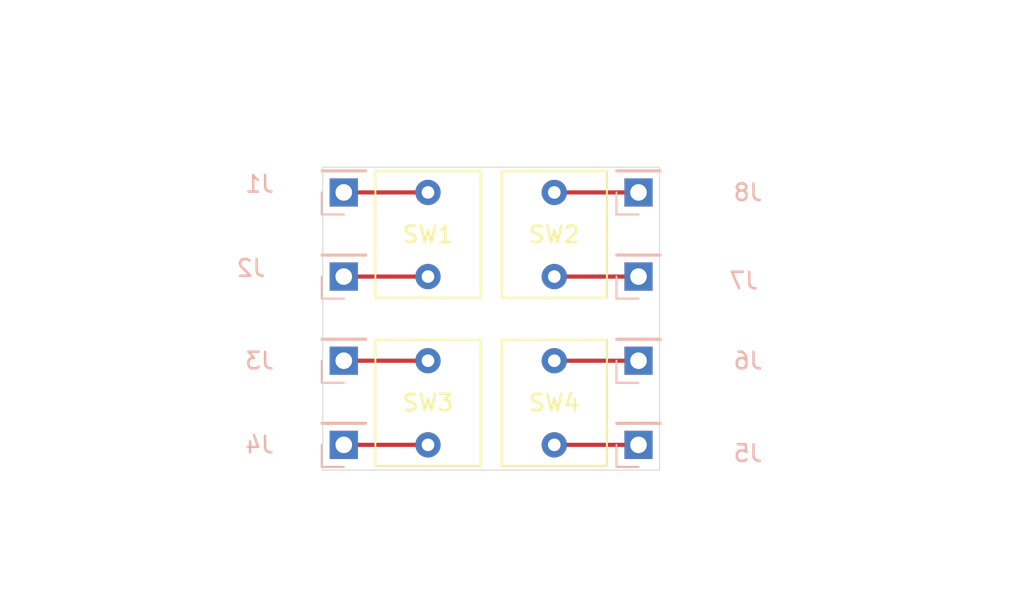
<source format=kicad_pcb>
(kicad_pcb (version 20171130) (host pcbnew "(5.1.10)-1")

  (general
    (thickness 1.6)
    (drawings 4)
    (tracks 8)
    (zones 0)
    (modules 12)
    (nets 9)
  )

  (page A4)
  (layers
    (0 F.Cu signal)
    (31 B.Cu signal)
    (32 B.Adhes user)
    (33 F.Adhes user)
    (34 B.Paste user)
    (35 F.Paste user)
    (36 B.SilkS user)
    (37 F.SilkS user)
    (38 B.Mask user)
    (39 F.Mask user)
    (40 Dwgs.User user)
    (41 Cmts.User user)
    (42 Eco1.User user)
    (43 Eco2.User user)
    (44 Edge.Cuts user)
    (45 Margin user)
    (46 B.CrtYd user)
    (47 F.CrtYd user)
    (48 B.Fab user)
    (49 F.Fab user)
  )

  (setup
    (last_trace_width 0.25)
    (user_trace_width 0.381)
    (trace_clearance 0.2)
    (zone_clearance 0.508)
    (zone_45_only no)
    (trace_min 0.2)
    (via_size 0.8)
    (via_drill 0.4)
    (via_min_size 0.4)
    (via_min_drill 0.3)
    (uvia_size 0.3)
    (uvia_drill 0.1)
    (uvias_allowed no)
    (uvia_min_size 0.2)
    (uvia_min_drill 0.1)
    (edge_width 0.05)
    (segment_width 0.2)
    (pcb_text_width 0.3)
    (pcb_text_size 1.5 1.5)
    (mod_edge_width 0.12)
    (mod_text_size 1 1)
    (mod_text_width 0.15)
    (pad_size 1.524 1.524)
    (pad_drill 0.762)
    (pad_to_mask_clearance 0)
    (aux_axis_origin 0 0)
    (visible_elements 7FFFFFFF)
    (pcbplotparams
      (layerselection 0x010f0_ffffffff)
      (usegerberextensions false)
      (usegerberattributes true)
      (usegerberadvancedattributes true)
      (creategerberjobfile true)
      (excludeedgelayer true)
      (linewidth 0.100000)
      (plotframeref false)
      (viasonmask false)
      (mode 1)
      (useauxorigin false)
      (hpglpennumber 1)
      (hpglpenspeed 20)
      (hpglpendiameter 15.000000)
      (psnegative false)
      (psa4output false)
      (plotreference true)
      (plotvalue true)
      (plotinvisibletext false)
      (padsonsilk false)
      (subtractmaskfromsilk false)
      (outputformat 1)
      (mirror false)
      (drillshape 0)
      (scaleselection 1)
      (outputdirectory "Gerbers"))
  )

  (net 0 "")
  (net 1 "Net-(J1-Pad1)")
  (net 2 "Net-(J2-Pad1)")
  (net 3 "Net-(J3-Pad1)")
  (net 4 "Net-(J4-Pad1)")
  (net 5 "Net-(J5-Pad1)")
  (net 6 "Net-(J6-Pad1)")
  (net 7 "Net-(J7-Pad1)")
  (net 8 "Net-(J8-Pad1)")

  (net_class Default "This is the default net class."
    (clearance 0.2)
    (trace_width 0.25)
    (via_dia 0.8)
    (via_drill 0.4)
    (uvia_dia 0.3)
    (uvia_drill 0.1)
    (add_net "Net-(J1-Pad1)")
    (add_net "Net-(J2-Pad1)")
    (add_net "Net-(J3-Pad1)")
    (add_net "Net-(J4-Pad1)")
    (add_net "Net-(J5-Pad1)")
    (add_net "Net-(J6-Pad1)")
    (add_net "Net-(J7-Pad1)")
    (add_net "Net-(J8-Pad1)")
  )

  (module BreakoutBoards:SPST_PB (layer F.Cu) (tedit 6147C81D) (tstamp 615EFA71)
    (at 144.78 104.14 270)
    (path /6147C62A)
    (fp_text reference SW1 (at 0 0 180) (layer F.SilkS)
      (effects (font (size 1 1) (thickness 0.15)))
    )
    (fp_text value SW_Push (at -10.795 1.905 90) (layer F.Fab)
      (effects (font (size 1 1) (thickness 0.15)))
    )
    (fp_line (start -3.81 -3.175) (end -3.81 3.175) (layer F.SilkS) (width 0.12))
    (fp_line (start -3.81 3.175) (end 3.81 3.175) (layer F.SilkS) (width 0.12))
    (fp_line (start 3.81 3.175) (end 3.81 -3.175) (layer F.SilkS) (width 0.12))
    (fp_line (start 3.81 -3.175) (end -3.81 -3.175) (layer F.SilkS) (width 0.12))
    (pad 1 thru_hole circle (at -2.54 0 270) (size 1.524 1.524) (drill 0.762) (layers *.Cu *.Mask)
      (net 1 "Net-(J1-Pad1)"))
    (pad 2 thru_hole circle (at 2.54 0 270) (size 1.524 1.524) (drill 0.762) (layers *.Cu *.Mask)
      (net 2 "Net-(J2-Pad1)"))
  )

  (module BreakoutBoards:SPST_PB (layer F.Cu) (tedit 6147C81D) (tstamp 615F06CF)
    (at 152.4 104.14 90)
    (path /6147EBAC)
    (fp_text reference SW2 (at 0 0 180) (layer F.SilkS)
      (effects (font (size 1 1) (thickness 0.15)))
    )
    (fp_text value SW_Push (at -18.288 0 90) (layer F.Fab)
      (effects (font (size 1 1) (thickness 0.15)))
    )
    (fp_line (start 3.81 -3.175) (end -3.81 -3.175) (layer F.SilkS) (width 0.12))
    (fp_line (start 3.81 3.175) (end 3.81 -3.175) (layer F.SilkS) (width 0.12))
    (fp_line (start -3.81 3.175) (end 3.81 3.175) (layer F.SilkS) (width 0.12))
    (fp_line (start -3.81 -3.175) (end -3.81 3.175) (layer F.SilkS) (width 0.12))
    (pad 2 thru_hole circle (at 2.54 0 90) (size 1.524 1.524) (drill 0.762) (layers *.Cu *.Mask)
      (net 8 "Net-(J8-Pad1)"))
    (pad 1 thru_hole circle (at -2.54 0 90) (size 1.524 1.524) (drill 0.762) (layers *.Cu *.Mask)
      (net 7 "Net-(J7-Pad1)"))
  )

  (module BreakoutBoards:SPST_PB (layer F.Cu) (tedit 6147C81D) (tstamp 615EFA85)
    (at 144.78 114.3 270)
    (path /615EB74A)
    (fp_text reference SW3 (at 0 0 180) (layer F.SilkS)
      (effects (font (size 1 1) (thickness 0.15)))
    )
    (fp_text value SW_Push (at 8.128 0 90) (layer F.Fab)
      (effects (font (size 1 1) (thickness 0.15)))
    )
    (fp_line (start -3.81 -3.175) (end -3.81 3.175) (layer F.SilkS) (width 0.12))
    (fp_line (start -3.81 3.175) (end 3.81 3.175) (layer F.SilkS) (width 0.12))
    (fp_line (start 3.81 3.175) (end 3.81 -3.175) (layer F.SilkS) (width 0.12))
    (fp_line (start 3.81 -3.175) (end -3.81 -3.175) (layer F.SilkS) (width 0.12))
    (pad 1 thru_hole circle (at -2.54 0 270) (size 1.524 1.524) (drill 0.762) (layers *.Cu *.Mask)
      (net 3 "Net-(J3-Pad1)"))
    (pad 2 thru_hole circle (at 2.54 0 270) (size 1.524 1.524) (drill 0.762) (layers *.Cu *.Mask)
      (net 4 "Net-(J4-Pad1)"))
  )

  (module BreakoutBoards:SPST_PB (layer F.Cu) (tedit 6147C81D) (tstamp 615EFA8F)
    (at 152.4 114.3 90)
    (path /615EB766)
    (fp_text reference SW4 (at 0 0 180) (layer F.SilkS)
      (effects (font (size 1 1) (thickness 0.15)))
    )
    (fp_text value SW_Push (at 20.828 -0.508 90) (layer F.Fab)
      (effects (font (size 1 1) (thickness 0.15)))
    )
    (fp_line (start 3.81 -3.175) (end -3.81 -3.175) (layer F.SilkS) (width 0.12))
    (fp_line (start 3.81 3.175) (end 3.81 -3.175) (layer F.SilkS) (width 0.12))
    (fp_line (start -3.81 3.175) (end 3.81 3.175) (layer F.SilkS) (width 0.12))
    (fp_line (start -3.81 -3.175) (end -3.81 3.175) (layer F.SilkS) (width 0.12))
    (pad 2 thru_hole circle (at 2.54 0 90) (size 1.524 1.524) (drill 0.762) (layers *.Cu *.Mask)
      (net 6 "Net-(J6-Pad1)"))
    (pad 1 thru_hole circle (at -2.54 0 90) (size 1.524 1.524) (drill 0.762) (layers *.Cu *.Mask)
      (net 5 "Net-(J5-Pad1)"))
  )

  (module Connector_PinHeader_2.54mm:PinHeader_1x01_P2.54mm_Vertical (layer B.Cu) (tedit 59FED5CC) (tstamp 615EFD99)
    (at 139.7 101.6)
    (descr "Through hole straight pin header, 1x01, 2.54mm pitch, single row")
    (tags "Through hole pin header THT 1x01 2.54mm single row")
    (path /6147D6FE)
    (fp_text reference J1 (at -5.08 -0.508) (layer B.SilkS)
      (effects (font (size 1 1) (thickness 0.15)) (justify mirror))
    )
    (fp_text value Conn_01x01_Male (at -13.335 -0.635) (layer B.Fab)
      (effects (font (size 1 1) (thickness 0.15)) (justify mirror))
    )
    (fp_line (start 1.8 1.8) (end -1.8 1.8) (layer B.CrtYd) (width 0.05))
    (fp_line (start 1.8 -1.8) (end 1.8 1.8) (layer B.CrtYd) (width 0.05))
    (fp_line (start -1.8 -1.8) (end 1.8 -1.8) (layer B.CrtYd) (width 0.05))
    (fp_line (start -1.8 1.8) (end -1.8 -1.8) (layer B.CrtYd) (width 0.05))
    (fp_line (start -1.33 1.33) (end 0 1.33) (layer B.SilkS) (width 0.12))
    (fp_line (start -1.33 0) (end -1.33 1.33) (layer B.SilkS) (width 0.12))
    (fp_line (start -1.33 -1.27) (end 1.33 -1.27) (layer B.SilkS) (width 0.12))
    (fp_line (start 1.33 -1.27) (end 1.33 -1.33) (layer B.SilkS) (width 0.12))
    (fp_line (start -1.33 -1.27) (end -1.33 -1.33) (layer B.SilkS) (width 0.12))
    (fp_line (start -1.33 -1.33) (end 1.33 -1.33) (layer B.SilkS) (width 0.12))
    (fp_line (start -1.27 0.635) (end -0.635 1.27) (layer B.Fab) (width 0.1))
    (fp_line (start -1.27 -1.27) (end -1.27 0.635) (layer B.Fab) (width 0.1))
    (fp_line (start 1.27 -1.27) (end -1.27 -1.27) (layer B.Fab) (width 0.1))
    (fp_line (start 1.27 1.27) (end 1.27 -1.27) (layer B.Fab) (width 0.1))
    (fp_line (start -0.635 1.27) (end 1.27 1.27) (layer B.Fab) (width 0.1))
    (fp_text user %R (at 0 0 90) (layer F.Fab)
      (effects (font (size 1 1) (thickness 0.15)))
    )
    (pad 1 thru_hole rect (at 0 0) (size 1.7 1.7) (drill 1) (layers *.Cu *.Mask)
      (net 1 "Net-(J1-Pad1)"))
    (model ${KISYS3DMOD}/Connector_PinHeader_2.54mm.3dshapes/PinHeader_1x01_P2.54mm_Vertical.wrl
      (at (xyz 0 0 0))
      (scale (xyz 1 1 1))
      (rotate (xyz 0 0 0))
    )
  )

  (module Connector_PinHeader_2.54mm:PinHeader_1x01_P2.54mm_Vertical (layer B.Cu) (tedit 59FED5CC) (tstamp 615F016A)
    (at 139.7 106.68)
    (descr "Through hole straight pin header, 1x01, 2.54mm pitch, single row")
    (tags "Through hole pin header THT 1x01 2.54mm single row")
    (path /6147EBFC)
    (fp_text reference J2 (at -5.588 -0.508) (layer B.SilkS)
      (effects (font (size 1 1) (thickness 0.15)) (justify mirror))
    )
    (fp_text value Conn_01x01_Male (at -13.97 -0.635) (layer B.Fab)
      (effects (font (size 1 1) (thickness 0.15)) (justify mirror))
    )
    (fp_line (start 1.8 1.8) (end -1.8 1.8) (layer B.CrtYd) (width 0.05))
    (fp_line (start 1.8 -1.8) (end 1.8 1.8) (layer B.CrtYd) (width 0.05))
    (fp_line (start -1.8 -1.8) (end 1.8 -1.8) (layer B.CrtYd) (width 0.05))
    (fp_line (start -1.8 1.8) (end -1.8 -1.8) (layer B.CrtYd) (width 0.05))
    (fp_line (start -1.33 1.33) (end 0 1.33) (layer B.SilkS) (width 0.12))
    (fp_line (start -1.33 0) (end -1.33 1.33) (layer B.SilkS) (width 0.12))
    (fp_line (start -1.33 -1.27) (end 1.33 -1.27) (layer B.SilkS) (width 0.12))
    (fp_line (start 1.33 -1.27) (end 1.33 -1.33) (layer B.SilkS) (width 0.12))
    (fp_line (start -1.33 -1.27) (end -1.33 -1.33) (layer B.SilkS) (width 0.12))
    (fp_line (start -1.33 -1.33) (end 1.33 -1.33) (layer B.SilkS) (width 0.12))
    (fp_line (start -1.27 0.635) (end -0.635 1.27) (layer B.Fab) (width 0.1))
    (fp_line (start -1.27 -1.27) (end -1.27 0.635) (layer B.Fab) (width 0.1))
    (fp_line (start 1.27 -1.27) (end -1.27 -1.27) (layer B.Fab) (width 0.1))
    (fp_line (start 1.27 1.27) (end 1.27 -1.27) (layer B.Fab) (width 0.1))
    (fp_line (start -0.635 1.27) (end 1.27 1.27) (layer B.Fab) (width 0.1))
    (fp_text user %R (at 0 0 -90) (layer B.Fab)
      (effects (font (size 1 1) (thickness 0.15)) (justify mirror))
    )
    (pad 1 thru_hole rect (at 0 0) (size 1.7 1.7) (drill 1) (layers *.Cu *.Mask)
      (net 2 "Net-(J2-Pad1)"))
    (model ${KISYS3DMOD}/Connector_PinHeader_2.54mm.3dshapes/PinHeader_1x01_P2.54mm_Vertical.wrl
      (at (xyz 0 0 0))
      (scale (xyz 1 1 1))
      (rotate (xyz 0 0 0))
    )
  )

  (module Connector_PinHeader_2.54mm:PinHeader_1x01_P2.54mm_Vertical (layer B.Cu) (tedit 59FED5CC) (tstamp 615EFDC3)
    (at 139.7 111.76)
    (descr "Through hole straight pin header, 1x01, 2.54mm pitch, single row")
    (tags "Through hole pin header THT 1x01 2.54mm single row")
    (path /6147FF03)
    (fp_text reference J3 (at -5.08 0) (layer B.SilkS)
      (effects (font (size 1 1) (thickness 0.15)) (justify mirror))
    )
    (fp_text value Conn_01x01_Male (at -13.335 0) (layer B.Fab)
      (effects (font (size 1 1) (thickness 0.15)) (justify mirror))
    )
    (fp_line (start 1.8 1.8) (end -1.8 1.8) (layer B.CrtYd) (width 0.05))
    (fp_line (start 1.8 -1.8) (end 1.8 1.8) (layer B.CrtYd) (width 0.05))
    (fp_line (start -1.8 -1.8) (end 1.8 -1.8) (layer B.CrtYd) (width 0.05))
    (fp_line (start -1.8 1.8) (end -1.8 -1.8) (layer B.CrtYd) (width 0.05))
    (fp_line (start -1.33 1.33) (end 0 1.33) (layer B.SilkS) (width 0.12))
    (fp_line (start -1.33 0) (end -1.33 1.33) (layer B.SilkS) (width 0.12))
    (fp_line (start -1.33 -1.27) (end 1.33 -1.27) (layer B.SilkS) (width 0.12))
    (fp_line (start 1.33 -1.27) (end 1.33 -1.33) (layer B.SilkS) (width 0.12))
    (fp_line (start -1.33 -1.27) (end -1.33 -1.33) (layer B.SilkS) (width 0.12))
    (fp_line (start -1.33 -1.33) (end 1.33 -1.33) (layer B.SilkS) (width 0.12))
    (fp_line (start -1.27 0.635) (end -0.635 1.27) (layer B.Fab) (width 0.1))
    (fp_line (start -1.27 -1.27) (end -1.27 0.635) (layer B.Fab) (width 0.1))
    (fp_line (start 1.27 -1.27) (end -1.27 -1.27) (layer B.Fab) (width 0.1))
    (fp_line (start 1.27 1.27) (end 1.27 -1.27) (layer B.Fab) (width 0.1))
    (fp_line (start -0.635 1.27) (end 1.27 1.27) (layer B.Fab) (width 0.1))
    (fp_text user %R (at 0 0 -90) (layer B.Fab)
      (effects (font (size 1 1) (thickness 0.15)) (justify mirror))
    )
    (pad 1 thru_hole rect (at 0 0) (size 1.7 1.7) (drill 1) (layers *.Cu *.Mask)
      (net 3 "Net-(J3-Pad1)"))
    (model ${KISYS3DMOD}/Connector_PinHeader_2.54mm.3dshapes/PinHeader_1x01_P2.54mm_Vertical.wrl
      (at (xyz 0 0 0))
      (scale (xyz 1 1 1))
      (rotate (xyz 0 0 0))
    )
  )

  (module Connector_PinHeader_2.54mm:PinHeader_1x01_P2.54mm_Vertical (layer B.Cu) (tedit 59FED5CC) (tstamp 615EFDD8)
    (at 139.7 116.84)
    (descr "Through hole straight pin header, 1x01, 2.54mm pitch, single row")
    (tags "Through hole pin header THT 1x01 2.54mm single row")
    (path /615EE9EB)
    (fp_text reference J4 (at -5.08 0) (layer B.SilkS)
      (effects (font (size 1 1) (thickness 0.15)) (justify mirror))
    )
    (fp_text value Conn_01x01_Male (at -13.208 0) (layer B.Fab)
      (effects (font (size 1 1) (thickness 0.15)) (justify mirror))
    )
    (fp_line (start -0.635 1.27) (end 1.27 1.27) (layer B.Fab) (width 0.1))
    (fp_line (start 1.27 1.27) (end 1.27 -1.27) (layer B.Fab) (width 0.1))
    (fp_line (start 1.27 -1.27) (end -1.27 -1.27) (layer B.Fab) (width 0.1))
    (fp_line (start -1.27 -1.27) (end -1.27 0.635) (layer B.Fab) (width 0.1))
    (fp_line (start -1.27 0.635) (end -0.635 1.27) (layer B.Fab) (width 0.1))
    (fp_line (start -1.33 -1.33) (end 1.33 -1.33) (layer B.SilkS) (width 0.12))
    (fp_line (start -1.33 -1.27) (end -1.33 -1.33) (layer B.SilkS) (width 0.12))
    (fp_line (start 1.33 -1.27) (end 1.33 -1.33) (layer B.SilkS) (width 0.12))
    (fp_line (start -1.33 -1.27) (end 1.33 -1.27) (layer B.SilkS) (width 0.12))
    (fp_line (start -1.33 0) (end -1.33 1.33) (layer B.SilkS) (width 0.12))
    (fp_line (start -1.33 1.33) (end 0 1.33) (layer B.SilkS) (width 0.12))
    (fp_line (start -1.8 1.8) (end -1.8 -1.8) (layer B.CrtYd) (width 0.05))
    (fp_line (start -1.8 -1.8) (end 1.8 -1.8) (layer B.CrtYd) (width 0.05))
    (fp_line (start 1.8 -1.8) (end 1.8 1.8) (layer B.CrtYd) (width 0.05))
    (fp_line (start 1.8 1.8) (end -1.8 1.8) (layer B.CrtYd) (width 0.05))
    (fp_text user %R (at 0 0 -90) (layer B.Fab)
      (effects (font (size 1 1) (thickness 0.15)) (justify mirror))
    )
    (pad 1 thru_hole rect (at 0 0) (size 1.7 1.7) (drill 1) (layers *.Cu *.Mask)
      (net 4 "Net-(J4-Pad1)"))
    (model ${KISYS3DMOD}/Connector_PinHeader_2.54mm.3dshapes/PinHeader_1x01_P2.54mm_Vertical.wrl
      (at (xyz 0 0 0))
      (scale (xyz 1 1 1))
      (rotate (xyz 0 0 0))
    )
  )

  (module Connector_PinHeader_2.54mm:PinHeader_1x01_P2.54mm_Vertical (layer B.Cu) (tedit 59FED5CC) (tstamp 615EFDED)
    (at 157.48 116.84)
    (descr "Through hole straight pin header, 1x01, 2.54mm pitch, single row")
    (tags "Through hole pin header THT 1x01 2.54mm single row")
    (path /615F0ABA)
    (fp_text reference J5 (at 6.604 0.508) (layer B.SilkS)
      (effects (font (size 1 1) (thickness 0.15)) (justify mirror))
    )
    (fp_text value Conn_01x01_Male (at 14.605 0.635) (layer B.Fab)
      (effects (font (size 1 1) (thickness 0.15)) (justify mirror))
    )
    (fp_line (start 1.8 1.8) (end -1.8 1.8) (layer B.CrtYd) (width 0.05))
    (fp_line (start 1.8 -1.8) (end 1.8 1.8) (layer B.CrtYd) (width 0.05))
    (fp_line (start -1.8 -1.8) (end 1.8 -1.8) (layer B.CrtYd) (width 0.05))
    (fp_line (start -1.8 1.8) (end -1.8 -1.8) (layer B.CrtYd) (width 0.05))
    (fp_line (start -1.33 1.33) (end 0 1.33) (layer B.SilkS) (width 0.12))
    (fp_line (start -1.33 0) (end -1.33 1.33) (layer B.SilkS) (width 0.12))
    (fp_line (start -1.33 -1.27) (end 1.33 -1.27) (layer B.SilkS) (width 0.12))
    (fp_line (start 1.33 -1.27) (end 1.33 -1.33) (layer B.SilkS) (width 0.12))
    (fp_line (start -1.33 -1.27) (end -1.33 -1.33) (layer B.SilkS) (width 0.12))
    (fp_line (start -1.33 -1.33) (end 1.33 -1.33) (layer B.SilkS) (width 0.12))
    (fp_line (start -1.27 0.635) (end -0.635 1.27) (layer B.Fab) (width 0.1))
    (fp_line (start -1.27 -1.27) (end -1.27 0.635) (layer B.Fab) (width 0.1))
    (fp_line (start 1.27 -1.27) (end -1.27 -1.27) (layer B.Fab) (width 0.1))
    (fp_line (start 1.27 1.27) (end 1.27 -1.27) (layer B.Fab) (width 0.1))
    (fp_line (start -0.635 1.27) (end 1.27 1.27) (layer B.Fab) (width 0.1))
    (fp_text user %R (at 0 0 -90) (layer B.Fab)
      (effects (font (size 1 1) (thickness 0.15)) (justify mirror))
    )
    (pad 1 thru_hole rect (at 0 0) (size 1.7 1.7) (drill 1) (layers *.Cu *.Mask)
      (net 5 "Net-(J5-Pad1)"))
    (model ${KISYS3DMOD}/Connector_PinHeader_2.54mm.3dshapes/PinHeader_1x01_P2.54mm_Vertical.wrl
      (at (xyz 0 0 0))
      (scale (xyz 1 1 1))
      (rotate (xyz 0 0 0))
    )
  )

  (module Connector_PinHeader_2.54mm:PinHeader_1x01_P2.54mm_Vertical (layer B.Cu) (tedit 59FED5CC) (tstamp 615EFE02)
    (at 157.48 111.76)
    (descr "Through hole straight pin header, 1x01, 2.54mm pitch, single row")
    (tags "Through hole pin header THT 1x01 2.54mm single row")
    (path /6147FEF9)
    (fp_text reference J6 (at 6.604 0) (layer B.SilkS)
      (effects (font (size 1 1) (thickness 0.15)) (justify mirror))
    )
    (fp_text value Conn_01x01_Male (at 16.51 0) (layer B.Fab)
      (effects (font (size 1 1) (thickness 0.15)) (justify mirror))
    )
    (fp_line (start -0.635 1.27) (end 1.27 1.27) (layer B.Fab) (width 0.1))
    (fp_line (start 1.27 1.27) (end 1.27 -1.27) (layer B.Fab) (width 0.1))
    (fp_line (start 1.27 -1.27) (end -1.27 -1.27) (layer B.Fab) (width 0.1))
    (fp_line (start -1.27 -1.27) (end -1.27 0.635) (layer B.Fab) (width 0.1))
    (fp_line (start -1.27 0.635) (end -0.635 1.27) (layer B.Fab) (width 0.1))
    (fp_line (start -1.33 -1.33) (end 1.33 -1.33) (layer B.SilkS) (width 0.12))
    (fp_line (start -1.33 -1.27) (end -1.33 -1.33) (layer B.SilkS) (width 0.12))
    (fp_line (start 1.33 -1.27) (end 1.33 -1.33) (layer B.SilkS) (width 0.12))
    (fp_line (start -1.33 -1.27) (end 1.33 -1.27) (layer B.SilkS) (width 0.12))
    (fp_line (start -1.33 0) (end -1.33 1.33) (layer B.SilkS) (width 0.12))
    (fp_line (start -1.33 1.33) (end 0 1.33) (layer B.SilkS) (width 0.12))
    (fp_line (start -1.8 1.8) (end -1.8 -1.8) (layer B.CrtYd) (width 0.05))
    (fp_line (start -1.8 -1.8) (end 1.8 -1.8) (layer B.CrtYd) (width 0.05))
    (fp_line (start 1.8 -1.8) (end 1.8 1.8) (layer B.CrtYd) (width 0.05))
    (fp_line (start 1.8 1.8) (end -1.8 1.8) (layer B.CrtYd) (width 0.05))
    (fp_text user %R (at 0 0 -90) (layer B.Fab)
      (effects (font (size 1 1) (thickness 0.15)) (justify mirror))
    )
    (pad 1 thru_hole rect (at 0 0) (size 1.7 1.7) (drill 1) (layers *.Cu *.Mask)
      (net 6 "Net-(J6-Pad1)"))
    (model ${KISYS3DMOD}/Connector_PinHeader_2.54mm.3dshapes/PinHeader_1x01_P2.54mm_Vertical.wrl
      (at (xyz 0 0 0))
      (scale (xyz 1 1 1))
      (rotate (xyz 0 0 0))
    )
  )

  (module Connector_PinHeader_2.54mm:PinHeader_1x01_P2.54mm_Vertical (layer B.Cu) (tedit 59FED5CC) (tstamp 615EFE17)
    (at 157.48 106.68)
    (descr "Through hole straight pin header, 1x01, 2.54mm pitch, single row")
    (tags "Through hole pin header THT 1x01 2.54mm single row")
    (path /6147EBF2)
    (fp_text reference J7 (at 6.35 0.254) (layer B.SilkS)
      (effects (font (size 1 1) (thickness 0.15)) (justify mirror))
    )
    (fp_text value Conn_01x01_Male (at 13.97 0) (layer B.Fab)
      (effects (font (size 1 1) (thickness 0.15)) (justify mirror))
    )
    (fp_line (start -0.635 1.27) (end 1.27 1.27) (layer B.Fab) (width 0.1))
    (fp_line (start 1.27 1.27) (end 1.27 -1.27) (layer B.Fab) (width 0.1))
    (fp_line (start 1.27 -1.27) (end -1.27 -1.27) (layer B.Fab) (width 0.1))
    (fp_line (start -1.27 -1.27) (end -1.27 0.635) (layer B.Fab) (width 0.1))
    (fp_line (start -1.27 0.635) (end -0.635 1.27) (layer B.Fab) (width 0.1))
    (fp_line (start -1.33 -1.33) (end 1.33 -1.33) (layer B.SilkS) (width 0.12))
    (fp_line (start -1.33 -1.27) (end -1.33 -1.33) (layer B.SilkS) (width 0.12))
    (fp_line (start 1.33 -1.27) (end 1.33 -1.33) (layer B.SilkS) (width 0.12))
    (fp_line (start -1.33 -1.27) (end 1.33 -1.27) (layer B.SilkS) (width 0.12))
    (fp_line (start -1.33 0) (end -1.33 1.33) (layer B.SilkS) (width 0.12))
    (fp_line (start -1.33 1.33) (end 0 1.33) (layer B.SilkS) (width 0.12))
    (fp_line (start -1.8 1.8) (end -1.8 -1.8) (layer B.CrtYd) (width 0.05))
    (fp_line (start -1.8 -1.8) (end 1.8 -1.8) (layer B.CrtYd) (width 0.05))
    (fp_line (start 1.8 -1.8) (end 1.8 1.8) (layer B.CrtYd) (width 0.05))
    (fp_line (start 1.8 1.8) (end -1.8 1.8) (layer B.CrtYd) (width 0.05))
    (fp_text user %R (at 0 0 -90) (layer B.Fab)
      (effects (font (size 1 1) (thickness 0.15)) (justify mirror))
    )
    (pad 1 thru_hole rect (at 0 0) (size 1.7 1.7) (drill 1) (layers *.Cu *.Mask)
      (net 7 "Net-(J7-Pad1)"))
    (model ${KISYS3DMOD}/Connector_PinHeader_2.54mm.3dshapes/PinHeader_1x01_P2.54mm_Vertical.wrl
      (at (xyz 0 0 0))
      (scale (xyz 1 1 1))
      (rotate (xyz 0 0 0))
    )
  )

  (module Connector_PinHeader_2.54mm:PinHeader_1x01_P2.54mm_Vertical (layer B.Cu) (tedit 59FED5CC) (tstamp 615EFE2C)
    (at 157.48 101.6)
    (descr "Through hole straight pin header, 1x01, 2.54mm pitch, single row")
    (tags "Through hole pin header THT 1x01 2.54mm single row")
    (path /6147C930)
    (fp_text reference J8 (at 6.604 0) (layer B.SilkS)
      (effects (font (size 1 1) (thickness 0.15)) (justify mirror))
    )
    (fp_text value Conn_01x01_Male (at 14.605 0) (layer B.Fab)
      (effects (font (size 1 1) (thickness 0.15)) (justify mirror))
    )
    (fp_line (start -0.635 1.27) (end 1.27 1.27) (layer B.Fab) (width 0.1))
    (fp_line (start 1.27 1.27) (end 1.27 -1.27) (layer B.Fab) (width 0.1))
    (fp_line (start 1.27 -1.27) (end -1.27 -1.27) (layer B.Fab) (width 0.1))
    (fp_line (start -1.27 -1.27) (end -1.27 0.635) (layer B.Fab) (width 0.1))
    (fp_line (start -1.27 0.635) (end -0.635 1.27) (layer B.Fab) (width 0.1))
    (fp_line (start -1.33 -1.33) (end 1.33 -1.33) (layer B.SilkS) (width 0.12))
    (fp_line (start -1.33 -1.27) (end -1.33 -1.33) (layer B.SilkS) (width 0.12))
    (fp_line (start 1.33 -1.27) (end 1.33 -1.33) (layer B.SilkS) (width 0.12))
    (fp_line (start -1.33 -1.27) (end 1.33 -1.27) (layer B.SilkS) (width 0.12))
    (fp_line (start -1.33 0) (end -1.33 1.33) (layer B.SilkS) (width 0.12))
    (fp_line (start -1.33 1.33) (end 0 1.33) (layer B.SilkS) (width 0.12))
    (fp_line (start -1.8 1.8) (end -1.8 -1.8) (layer B.CrtYd) (width 0.05))
    (fp_line (start -1.8 -1.8) (end 1.8 -1.8) (layer B.CrtYd) (width 0.05))
    (fp_line (start 1.8 -1.8) (end 1.8 1.8) (layer B.CrtYd) (width 0.05))
    (fp_line (start 1.8 1.8) (end -1.8 1.8) (layer B.CrtYd) (width 0.05))
    (fp_text user %R (at 0 0 -90) (layer B.Fab)
      (effects (font (size 1 1) (thickness 0.15)) (justify mirror))
    )
    (pad 1 thru_hole rect (at 0 0) (size 1.7 1.7) (drill 1) (layers *.Cu *.Mask)
      (net 8 "Net-(J8-Pad1)"))
    (model ${KISYS3DMOD}/Connector_PinHeader_2.54mm.3dshapes/PinHeader_1x01_P2.54mm_Vertical.wrl
      (at (xyz 0 0 0))
      (scale (xyz 1 1 1))
      (rotate (xyz 0 0 0))
    )
  )

  (gr_line (start 158.75 100.076) (end 138.43 100.076) (layer Edge.Cuts) (width 0.05) (tstamp 615F082D))
  (gr_line (start 158.75 118.364) (end 158.75 100.076) (layer Edge.Cuts) (width 0.05))
  (gr_line (start 138.43 118.364) (end 158.75 118.364) (layer Edge.Cuts) (width 0.05))
  (gr_line (start 138.43 100.076) (end 138.43 118.364) (layer Edge.Cuts) (width 0.05))

  (segment (start 139.7 101.6) (end 144.78 101.6) (width 0.25) (layer F.Cu) (net 1))
  (segment (start 144.78 106.68) (end 139.7 106.68) (width 0.25) (layer F.Cu) (net 2))
  (segment (start 139.7 111.76) (end 144.78 111.76) (width 0.25) (layer F.Cu) (net 3))
  (segment (start 144.78 116.84) (end 139.7 116.84) (width 0.25) (layer F.Cu) (net 4))
  (segment (start 152.4 116.84) (end 157.48 116.84) (width 0.25) (layer F.Cu) (net 5))
  (segment (start 152.4 111.76) (end 157.48 111.76) (width 0.25) (layer F.Cu) (net 6))
  (segment (start 152.4 106.68) (end 157.48 106.68) (width 0.25) (layer F.Cu) (net 7))
  (segment (start 152.4 101.6) (end 157.48 101.6) (width 0.25) (layer F.Cu) (net 8))

)

</source>
